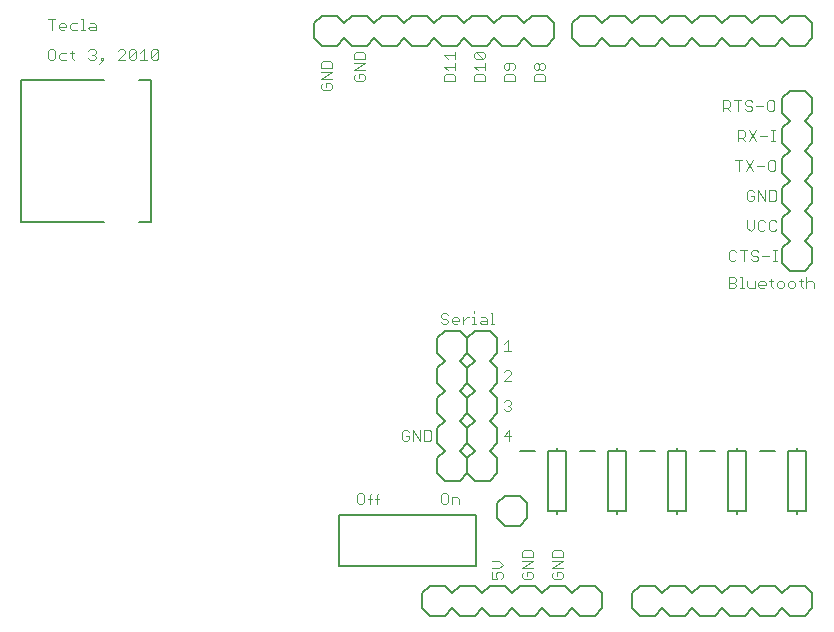
<source format=gto>
G75*
G70*
%OFA0B0*%
%FSLAX24Y24*%
%IPPOS*%
%LPD*%
%AMOC8*
5,1,8,0,0,1.08239X$1,22.5*
%
%ADD10C,0.0030*%
%ADD11C,0.0080*%
%ADD12C,0.0050*%
D10*
X014014Y004835D02*
X014076Y004773D01*
X014199Y004773D01*
X014261Y004835D01*
X014261Y005082D01*
X014199Y005144D01*
X014076Y005144D01*
X014014Y005082D01*
X014014Y004835D01*
X014382Y004958D02*
X014506Y004958D01*
X014628Y004958D02*
X014751Y004958D01*
X014689Y005082D02*
X014689Y004773D01*
X014444Y004773D02*
X014444Y005082D01*
X014506Y005144D01*
X014689Y005082D02*
X014751Y005144D01*
X016814Y005082D02*
X016814Y004835D01*
X016876Y004773D01*
X016999Y004773D01*
X017061Y004835D01*
X017061Y005082D01*
X016999Y005144D01*
X016876Y005144D01*
X016814Y005082D01*
X017182Y005020D02*
X017367Y005020D01*
X017429Y004958D01*
X017429Y004773D01*
X017182Y004773D02*
X017182Y005020D01*
X019514Y003195D02*
X019514Y003010D01*
X019884Y003010D01*
X019884Y003195D01*
X019822Y003257D01*
X019575Y003257D01*
X019514Y003195D01*
X019514Y002888D02*
X019884Y002888D01*
X019514Y002642D01*
X019884Y002642D01*
X019822Y002520D02*
X019699Y002520D01*
X019699Y002397D01*
X019822Y002520D02*
X019884Y002458D01*
X019884Y002335D01*
X019822Y002273D01*
X019575Y002273D01*
X019514Y002335D01*
X019514Y002458D01*
X019575Y002520D01*
X018884Y002458D02*
X018884Y002335D01*
X018822Y002273D01*
X018699Y002273D02*
X018637Y002397D01*
X018637Y002458D01*
X018699Y002520D01*
X018822Y002520D01*
X018884Y002458D01*
X018760Y002642D02*
X018884Y002765D01*
X018760Y002888D01*
X018514Y002888D01*
X018514Y002642D02*
X018760Y002642D01*
X018514Y002520D02*
X018514Y002273D01*
X018699Y002273D01*
X020514Y002335D02*
X020575Y002273D01*
X020822Y002273D01*
X020884Y002335D01*
X020884Y002458D01*
X020822Y002520D01*
X020699Y002520D01*
X020699Y002397D01*
X020575Y002520D02*
X020514Y002458D01*
X020514Y002335D01*
X020514Y002642D02*
X020884Y002888D01*
X020514Y002888D01*
X020514Y003010D02*
X020514Y003195D01*
X020575Y003257D01*
X020822Y003257D01*
X020884Y003195D01*
X020884Y003010D01*
X020514Y003010D01*
X020514Y002642D02*
X020884Y002642D01*
X019099Y006873D02*
X019099Y007244D01*
X018914Y007058D01*
X019161Y007058D01*
X019099Y007873D02*
X018976Y007873D01*
X018914Y007935D01*
X019037Y008058D02*
X019099Y008058D01*
X019161Y007997D01*
X019161Y007935D01*
X019099Y007873D01*
X019099Y008058D02*
X019161Y008120D01*
X019161Y008182D01*
X019099Y008244D01*
X018976Y008244D01*
X018914Y008182D01*
X018914Y008873D02*
X019161Y009120D01*
X019161Y009182D01*
X019099Y009244D01*
X018976Y009244D01*
X018914Y009182D01*
X018914Y008873D02*
X019161Y008873D01*
X019161Y009873D02*
X018914Y009873D01*
X019037Y009873D02*
X019037Y010244D01*
X018914Y010120D01*
X018595Y010773D02*
X018471Y010773D01*
X018533Y010773D02*
X018533Y011144D01*
X018471Y011144D01*
X018288Y011020D02*
X018165Y011020D01*
X018288Y011020D02*
X018350Y010958D01*
X018350Y010773D01*
X018165Y010773D01*
X018103Y010835D01*
X018165Y010897D01*
X018350Y010897D01*
X017981Y010773D02*
X017857Y010773D01*
X017919Y010773D02*
X017919Y011020D01*
X017857Y011020D01*
X017736Y011020D02*
X017674Y011020D01*
X017551Y010897D01*
X017429Y010897D02*
X017182Y010897D01*
X017182Y010958D02*
X017244Y011020D01*
X017367Y011020D01*
X017429Y010958D01*
X017429Y010897D01*
X017367Y010773D02*
X017244Y010773D01*
X017182Y010835D01*
X017182Y010958D01*
X017061Y010897D02*
X017061Y010835D01*
X016999Y010773D01*
X016876Y010773D01*
X016814Y010835D01*
X016876Y010958D02*
X016999Y010958D01*
X017061Y010897D01*
X017061Y011082D02*
X016999Y011144D01*
X016876Y011144D01*
X016814Y011082D01*
X016814Y011020D01*
X016876Y010958D01*
X017551Y011020D02*
X017551Y010773D01*
X017919Y011144D02*
X017919Y011205D01*
X016436Y007244D02*
X016251Y007244D01*
X016251Y006873D01*
X016436Y006873D01*
X016497Y006935D01*
X016497Y007182D01*
X016436Y007244D01*
X016129Y007244D02*
X016129Y006873D01*
X015882Y007244D01*
X015882Y006873D01*
X015761Y006935D02*
X015761Y007058D01*
X015637Y007058D01*
X015514Y006935D02*
X015514Y007182D01*
X015576Y007244D01*
X015699Y007244D01*
X015761Y007182D01*
X015761Y006935D02*
X015699Y006873D01*
X015576Y006873D01*
X015514Y006935D01*
X026414Y011973D02*
X026599Y011973D01*
X026661Y012035D01*
X026661Y012097D01*
X026599Y012158D01*
X026414Y012158D01*
X026414Y011973D02*
X026414Y012344D01*
X026599Y012344D01*
X026661Y012282D01*
X026661Y012220D01*
X026599Y012158D01*
X026782Y011973D02*
X026906Y011973D01*
X026844Y011973D02*
X026844Y012344D01*
X026782Y012344D01*
X027028Y012220D02*
X027028Y012035D01*
X027089Y011973D01*
X027275Y011973D01*
X027275Y012220D01*
X027396Y012158D02*
X027396Y012035D01*
X027458Y011973D01*
X027581Y011973D01*
X027643Y012097D02*
X027396Y012097D01*
X027396Y012158D02*
X027458Y012220D01*
X027581Y012220D01*
X027643Y012158D01*
X027643Y012097D01*
X027764Y012220D02*
X027888Y012220D01*
X027826Y012282D02*
X027826Y012035D01*
X027888Y011973D01*
X028010Y012035D02*
X028010Y012158D01*
X028072Y012220D01*
X028195Y012220D01*
X028257Y012158D01*
X028257Y012035D01*
X028195Y011973D01*
X028072Y011973D01*
X028010Y012035D01*
X028378Y012035D02*
X028378Y012158D01*
X028440Y012220D01*
X028563Y012220D01*
X028625Y012158D01*
X028625Y012035D01*
X028563Y011973D01*
X028440Y011973D01*
X028378Y012035D01*
X028746Y012220D02*
X028870Y012220D01*
X028808Y012282D02*
X028808Y012035D01*
X028870Y011973D01*
X028992Y011973D02*
X028992Y012344D01*
X029054Y012220D02*
X029177Y012220D01*
X029239Y012158D01*
X029239Y011973D01*
X028992Y012158D02*
X029054Y012220D01*
X028011Y012873D02*
X027887Y012873D01*
X027949Y012873D02*
X027949Y013244D01*
X027887Y013244D02*
X028011Y013244D01*
X027766Y013058D02*
X027519Y013058D01*
X027397Y012997D02*
X027397Y012935D01*
X027336Y012873D01*
X027212Y012873D01*
X027151Y012935D01*
X027212Y013058D02*
X027336Y013058D01*
X027397Y012997D01*
X027397Y013182D02*
X027336Y013244D01*
X027212Y013244D01*
X027151Y013182D01*
X027151Y013120D01*
X027212Y013058D01*
X027029Y013244D02*
X026782Y013244D01*
X026906Y013244D02*
X026906Y012873D01*
X026661Y012935D02*
X026599Y012873D01*
X026476Y012873D01*
X026414Y012935D01*
X026414Y013182D01*
X026476Y013244D01*
X026599Y013244D01*
X026661Y013182D01*
X027137Y013873D02*
X027261Y013997D01*
X027261Y014244D01*
X027382Y014182D02*
X027382Y013935D01*
X027444Y013873D01*
X027567Y013873D01*
X027629Y013935D01*
X027751Y013935D02*
X027812Y013873D01*
X027936Y013873D01*
X027997Y013935D01*
X027751Y013935D02*
X027751Y014182D01*
X027812Y014244D01*
X027936Y014244D01*
X027997Y014182D01*
X027629Y014182D02*
X027567Y014244D01*
X027444Y014244D01*
X027382Y014182D01*
X027014Y014244D02*
X027014Y013997D01*
X027137Y013873D01*
X027076Y014873D02*
X027014Y014935D01*
X027014Y015182D01*
X027076Y015244D01*
X027199Y015244D01*
X027261Y015182D01*
X027261Y015058D02*
X027137Y015058D01*
X027261Y015058D02*
X027261Y014935D01*
X027199Y014873D01*
X027076Y014873D01*
X027382Y014873D02*
X027382Y015244D01*
X027629Y014873D01*
X027629Y015244D01*
X027751Y015244D02*
X027936Y015244D01*
X027997Y015182D01*
X027997Y014935D01*
X027936Y014873D01*
X027751Y014873D01*
X027751Y015244D01*
X027781Y015873D02*
X027904Y015873D01*
X027966Y015935D01*
X027966Y016182D01*
X027904Y016244D01*
X027781Y016244D01*
X027719Y016182D01*
X027719Y015935D01*
X027781Y015873D01*
X027597Y016058D02*
X027351Y016058D01*
X027229Y015873D02*
X026982Y016244D01*
X026861Y016244D02*
X026614Y016244D01*
X026737Y016244D02*
X026737Y015873D01*
X026982Y015873D02*
X027229Y016244D01*
X027329Y016873D02*
X027082Y017244D01*
X026961Y017182D02*
X026961Y017058D01*
X026899Y016997D01*
X026714Y016997D01*
X026837Y016997D02*
X026961Y016873D01*
X027082Y016873D02*
X027329Y017244D01*
X027451Y017058D02*
X027697Y017058D01*
X027819Y016873D02*
X027942Y016873D01*
X027881Y016873D02*
X027881Y017244D01*
X027942Y017244D02*
X027819Y017244D01*
X027872Y017873D02*
X027934Y017935D01*
X027934Y018182D01*
X027872Y018244D01*
X027749Y018244D01*
X027687Y018182D01*
X027687Y017935D01*
X027749Y017873D01*
X027872Y017873D01*
X027566Y018058D02*
X027319Y018058D01*
X027197Y017997D02*
X027197Y017935D01*
X027136Y017873D01*
X027012Y017873D01*
X026951Y017935D01*
X027012Y018058D02*
X027136Y018058D01*
X027197Y017997D01*
X027197Y018182D02*
X027136Y018244D01*
X027012Y018244D01*
X026951Y018182D01*
X026951Y018120D01*
X027012Y018058D01*
X026829Y018244D02*
X026582Y018244D01*
X026706Y018244D02*
X026706Y017873D01*
X026461Y017873D02*
X026337Y017997D01*
X026399Y017997D02*
X026214Y017997D01*
X026214Y017873D02*
X026214Y018244D01*
X026399Y018244D01*
X026461Y018182D01*
X026461Y018058D01*
X026399Y017997D01*
X026714Y017244D02*
X026899Y017244D01*
X026961Y017182D01*
X026714Y017244D02*
X026714Y016873D01*
X020284Y018873D02*
X020284Y019058D01*
X020222Y019120D01*
X019975Y019120D01*
X019914Y019058D01*
X019914Y018873D01*
X020284Y018873D01*
X020222Y019242D02*
X020160Y019242D01*
X020099Y019303D01*
X020099Y019427D01*
X020160Y019488D01*
X020222Y019488D01*
X020284Y019427D01*
X020284Y019303D01*
X020222Y019242D01*
X020099Y019303D02*
X020037Y019242D01*
X019975Y019242D01*
X019914Y019303D01*
X019914Y019427D01*
X019975Y019488D01*
X020037Y019488D01*
X020099Y019427D01*
X019284Y019427D02*
X019284Y019303D01*
X019222Y019242D01*
X019222Y019120D02*
X018975Y019120D01*
X018914Y019058D01*
X018914Y018873D01*
X019284Y018873D01*
X019284Y019058D01*
X019222Y019120D01*
X019099Y019303D02*
X019099Y019488D01*
X019222Y019488D02*
X018975Y019488D01*
X018914Y019427D01*
X018914Y019303D01*
X018975Y019242D01*
X019037Y019242D01*
X019099Y019303D01*
X019284Y019427D02*
X019222Y019488D01*
X018284Y019488D02*
X018284Y019242D01*
X018284Y019365D02*
X017914Y019365D01*
X018037Y019242D01*
X017975Y019120D02*
X017914Y019058D01*
X017914Y018873D01*
X018284Y018873D01*
X018284Y019058D01*
X018222Y019120D01*
X017975Y019120D01*
X017975Y019610D02*
X017914Y019672D01*
X017914Y019795D01*
X017975Y019857D01*
X018222Y019610D01*
X018284Y019672D01*
X018284Y019795D01*
X018222Y019857D01*
X017975Y019857D01*
X017975Y019610D02*
X018222Y019610D01*
X017284Y019610D02*
X017284Y019857D01*
X017284Y019733D02*
X016914Y019733D01*
X017037Y019610D01*
X016914Y019365D02*
X017284Y019365D01*
X017284Y019242D02*
X017284Y019488D01*
X017037Y019242D02*
X016914Y019365D01*
X016975Y019120D02*
X016914Y019058D01*
X016914Y018873D01*
X017284Y018873D01*
X017284Y019058D01*
X017222Y019120D01*
X016975Y019120D01*
X014284Y019058D02*
X014284Y018935D01*
X014222Y018873D01*
X013975Y018873D01*
X013914Y018935D01*
X013914Y019058D01*
X013975Y019120D01*
X014099Y019120D02*
X014099Y018997D01*
X014099Y019120D02*
X014222Y019120D01*
X014284Y019058D01*
X014284Y019242D02*
X013914Y019242D01*
X014284Y019488D01*
X013914Y019488D01*
X013914Y019610D02*
X013914Y019795D01*
X013975Y019857D01*
X014222Y019857D01*
X014284Y019795D01*
X014284Y019610D01*
X013914Y019610D01*
X013184Y019495D02*
X013184Y019310D01*
X012814Y019310D01*
X012814Y019495D01*
X012875Y019557D01*
X013122Y019557D01*
X013184Y019495D01*
X013184Y019188D02*
X012814Y019188D01*
X012814Y018942D02*
X013184Y019188D01*
X013184Y018942D02*
X012814Y018942D01*
X012875Y018820D02*
X012814Y018758D01*
X012814Y018635D01*
X012875Y018573D01*
X013122Y018573D01*
X013184Y018635D01*
X013184Y018758D01*
X013122Y018820D01*
X012999Y018820D01*
X012999Y018697D01*
X007398Y019635D02*
X007337Y019573D01*
X007213Y019573D01*
X007151Y019635D01*
X007398Y019882D01*
X007398Y019635D01*
X007151Y019635D02*
X007151Y019882D01*
X007213Y019944D01*
X007337Y019944D01*
X007398Y019882D01*
X007030Y019573D02*
X006783Y019573D01*
X006906Y019573D02*
X006906Y019944D01*
X006783Y019820D01*
X006662Y019882D02*
X006415Y019635D01*
X006476Y019573D01*
X006600Y019573D01*
X006662Y019635D01*
X006662Y019882D01*
X006600Y019944D01*
X006476Y019944D01*
X006415Y019882D01*
X006415Y019635D01*
X006293Y019573D02*
X006046Y019573D01*
X006293Y019820D01*
X006293Y019882D01*
X006232Y019944D01*
X006108Y019944D01*
X006046Y019882D01*
X005556Y019635D02*
X005494Y019635D01*
X005494Y019573D01*
X005556Y019573D01*
X005556Y019635D01*
X005556Y019573D02*
X005433Y019450D01*
X005249Y019573D02*
X005126Y019573D01*
X005064Y019635D01*
X005188Y019758D02*
X005249Y019758D01*
X005311Y019697D01*
X005311Y019635D01*
X005249Y019573D01*
X005249Y019758D02*
X005311Y019820D01*
X005311Y019882D01*
X005249Y019944D01*
X005126Y019944D01*
X005064Y019882D01*
X004574Y019820D02*
X004451Y019820D01*
X004512Y019882D02*
X004512Y019635D01*
X004574Y019573D01*
X004329Y019573D02*
X004144Y019573D01*
X004082Y019635D01*
X004082Y019758D01*
X004144Y019820D01*
X004329Y019820D01*
X003961Y019882D02*
X003899Y019944D01*
X003776Y019944D01*
X003714Y019882D01*
X003714Y019635D01*
X003776Y019573D01*
X003899Y019573D01*
X003961Y019635D01*
X003961Y019882D01*
X003837Y020573D02*
X003837Y020944D01*
X003714Y020944D02*
X003961Y020944D01*
X004144Y020820D02*
X004267Y020820D01*
X004329Y020758D01*
X004329Y020697D01*
X004082Y020697D01*
X004082Y020758D02*
X004082Y020635D01*
X004144Y020573D01*
X004267Y020573D01*
X004451Y020635D02*
X004512Y020573D01*
X004697Y020573D01*
X004819Y020573D02*
X004942Y020573D01*
X004881Y020573D02*
X004881Y020944D01*
X004819Y020944D01*
X004697Y020820D02*
X004512Y020820D01*
X004451Y020758D01*
X004451Y020635D01*
X004144Y020820D02*
X004082Y020758D01*
X005064Y020635D02*
X005126Y020697D01*
X005311Y020697D01*
X005311Y020758D02*
X005311Y020573D01*
X005126Y020573D01*
X005064Y020635D01*
X005126Y020820D02*
X005249Y020820D01*
X005311Y020758D01*
D11*
X005577Y018920D02*
X002821Y018920D01*
X002821Y014196D01*
X005577Y014196D01*
X006758Y014196D02*
X007152Y014196D01*
X007152Y018920D01*
X006758Y018920D01*
X012599Y020308D02*
X012849Y020058D01*
X013349Y020058D01*
X013599Y020308D01*
X013849Y020058D01*
X014349Y020058D01*
X014599Y020308D01*
X014849Y020058D01*
X015349Y020058D01*
X015599Y020308D01*
X015849Y020058D01*
X016349Y020058D01*
X016599Y020308D01*
X016849Y020058D01*
X017349Y020058D01*
X017599Y020308D01*
X017849Y020058D01*
X018349Y020058D01*
X018599Y020308D01*
X018849Y020058D01*
X019349Y020058D01*
X019599Y020308D01*
X019849Y020058D01*
X020349Y020058D01*
X020599Y020308D01*
X020599Y020808D01*
X020349Y021058D01*
X019849Y021058D01*
X019599Y020808D01*
X019349Y021058D01*
X018849Y021058D01*
X018599Y020808D01*
X018349Y021058D01*
X017849Y021058D01*
X017599Y020808D01*
X017349Y021058D01*
X016849Y021058D01*
X016599Y020808D01*
X016349Y021058D01*
X015849Y021058D01*
X015599Y020808D01*
X015349Y021058D01*
X014849Y021058D01*
X014599Y020808D01*
X014349Y021058D01*
X013849Y021058D01*
X013599Y020808D01*
X013349Y021058D01*
X012849Y021058D01*
X012599Y020808D01*
X012599Y020308D01*
X021199Y020308D02*
X021449Y020058D01*
X021949Y020058D01*
X022199Y020308D01*
X022449Y020058D01*
X022949Y020058D01*
X023199Y020308D01*
X023449Y020058D01*
X023949Y020058D01*
X024199Y020308D01*
X024449Y020058D01*
X024949Y020058D01*
X025199Y020308D01*
X025449Y020058D01*
X025949Y020058D01*
X026199Y020308D01*
X026449Y020058D01*
X026949Y020058D01*
X027199Y020308D01*
X027449Y020058D01*
X027949Y020058D01*
X028199Y020308D01*
X028449Y020058D01*
X028949Y020058D01*
X029199Y020308D01*
X029199Y020808D01*
X028949Y021058D01*
X028449Y021058D01*
X028199Y020808D01*
X027949Y021058D01*
X027449Y021058D01*
X027199Y020808D01*
X026949Y021058D01*
X026449Y021058D01*
X026199Y020808D01*
X025949Y021058D01*
X025449Y021058D01*
X025199Y020808D01*
X024949Y021058D01*
X024449Y021058D01*
X024199Y020808D01*
X023949Y021058D01*
X023449Y021058D01*
X023199Y020808D01*
X022949Y021058D01*
X022449Y021058D01*
X022199Y020808D01*
X021949Y021058D01*
X021449Y021058D01*
X021199Y020808D01*
X021199Y020308D01*
X028199Y018308D02*
X028199Y017808D01*
X028449Y017558D01*
X028199Y017308D01*
X028199Y016808D01*
X028449Y016558D01*
X028199Y016308D01*
X028199Y015808D01*
X028449Y015558D01*
X028199Y015308D01*
X028199Y014808D01*
X028449Y014558D01*
X028199Y014308D01*
X028199Y013808D01*
X028449Y013558D01*
X028199Y013308D01*
X028199Y012808D01*
X028449Y012558D01*
X028949Y012558D01*
X029199Y012808D01*
X029199Y013308D01*
X028949Y013558D01*
X029199Y013808D01*
X029199Y014308D01*
X028949Y014558D01*
X029199Y014808D01*
X029199Y015308D01*
X028949Y015558D01*
X029199Y015808D01*
X029199Y016308D01*
X028949Y016558D01*
X029199Y016808D01*
X029199Y017308D01*
X028949Y017558D01*
X029199Y017808D01*
X029199Y018308D01*
X028949Y018558D01*
X028449Y018558D01*
X028199Y018308D01*
X018699Y010308D02*
X018449Y010558D01*
X017949Y010558D01*
X017699Y010308D01*
X017449Y010558D01*
X016949Y010558D01*
X016699Y010308D01*
X016699Y009808D01*
X016949Y009558D01*
X016699Y009308D01*
X016699Y008808D01*
X016949Y008558D01*
X016699Y008308D01*
X016699Y007808D01*
X016949Y007558D01*
X016699Y007308D01*
X016699Y006808D01*
X016949Y006558D01*
X016699Y006308D01*
X016699Y005808D01*
X016949Y005558D01*
X017449Y005558D01*
X017699Y005808D01*
X017699Y006308D01*
X017449Y006558D01*
X017699Y006808D01*
X017699Y007308D01*
X017449Y007558D01*
X017699Y007808D01*
X017699Y008308D01*
X017449Y008558D01*
X017699Y008808D01*
X017699Y009308D01*
X017449Y009558D01*
X017699Y009808D01*
X017699Y010308D01*
X017699Y009808D01*
X017949Y009558D01*
X017699Y009308D01*
X017699Y008808D01*
X017949Y008558D01*
X017699Y008308D01*
X017699Y007808D01*
X017949Y007558D01*
X017699Y007308D01*
X017699Y006808D01*
X017949Y006558D01*
X017699Y006308D01*
X017699Y005808D01*
X017949Y005558D01*
X018449Y005558D01*
X018699Y005808D01*
X018699Y006308D01*
X018449Y006558D01*
X018699Y006808D01*
X018699Y007308D01*
X018449Y007558D01*
X018699Y007808D01*
X018699Y008308D01*
X018449Y008558D01*
X018699Y008808D01*
X018699Y009308D01*
X018449Y009558D01*
X018699Y009808D01*
X018699Y010308D01*
X020699Y006658D02*
X020699Y006558D01*
X020999Y006558D01*
X020999Y004558D01*
X020699Y004558D01*
X020699Y004458D01*
X020699Y004558D02*
X020399Y004558D01*
X020399Y006558D01*
X020699Y006558D01*
X021449Y006558D02*
X021949Y006558D01*
X022399Y006558D02*
X022699Y006558D01*
X022699Y006658D01*
X022699Y006558D02*
X022999Y006558D01*
X022999Y004558D01*
X022699Y004558D01*
X022699Y004458D01*
X022699Y004558D02*
X022399Y004558D01*
X022399Y006558D01*
X023449Y006558D02*
X023949Y006558D01*
X024399Y006558D02*
X024699Y006558D01*
X024699Y006658D01*
X024699Y006558D02*
X024999Y006558D01*
X024999Y004558D01*
X024699Y004558D01*
X024699Y004458D01*
X024699Y004558D02*
X024399Y004558D01*
X024399Y006558D01*
X025449Y006558D02*
X025949Y006558D01*
X026399Y006558D02*
X026699Y006558D01*
X026699Y006658D01*
X026699Y006558D02*
X026999Y006558D01*
X026999Y004558D01*
X026699Y004558D01*
X026699Y004458D01*
X026699Y004558D02*
X026399Y004558D01*
X026399Y006558D01*
X027449Y006558D02*
X027949Y006558D01*
X028399Y006558D02*
X028699Y006558D01*
X028699Y006658D01*
X028699Y006558D02*
X028999Y006558D01*
X028999Y004558D01*
X028699Y004558D01*
X028699Y004458D01*
X028699Y004558D02*
X028399Y004558D01*
X028399Y006558D01*
X028449Y002058D02*
X028949Y002058D01*
X029199Y001808D01*
X029199Y001308D01*
X028949Y001058D01*
X028449Y001058D01*
X028199Y001308D01*
X027949Y001058D01*
X027449Y001058D01*
X027199Y001308D01*
X026949Y001058D01*
X026449Y001058D01*
X026199Y001308D01*
X025949Y001058D01*
X025449Y001058D01*
X025199Y001308D01*
X024949Y001058D01*
X024449Y001058D01*
X024199Y001308D01*
X023949Y001058D01*
X023449Y001058D01*
X023199Y001308D01*
X023199Y001808D01*
X023449Y002058D01*
X023949Y002058D01*
X024199Y001808D01*
X024449Y002058D01*
X024949Y002058D01*
X025199Y001808D01*
X025449Y002058D01*
X025949Y002058D01*
X026199Y001808D01*
X026449Y002058D01*
X026949Y002058D01*
X027199Y001808D01*
X027449Y002058D01*
X027949Y002058D01*
X028199Y001808D01*
X028449Y002058D01*
X022199Y001808D02*
X022199Y001308D01*
X021949Y001058D01*
X021449Y001058D01*
X021199Y001308D01*
X020949Y001058D01*
X020449Y001058D01*
X020199Y001308D01*
X019949Y001058D01*
X019449Y001058D01*
X019199Y001308D01*
X018949Y001058D01*
X018449Y001058D01*
X018199Y001308D01*
X017949Y001058D01*
X017449Y001058D01*
X017199Y001308D01*
X016949Y001058D01*
X016449Y001058D01*
X016199Y001308D01*
X016199Y001808D01*
X016449Y002058D01*
X016949Y002058D01*
X017199Y001808D01*
X017449Y002058D01*
X017949Y002058D01*
X018199Y001808D01*
X018449Y002058D01*
X018949Y002058D01*
X019199Y001808D01*
X019449Y002058D01*
X019949Y002058D01*
X020199Y001808D01*
X020449Y002058D01*
X020949Y002058D01*
X021199Y001808D01*
X021449Y002058D01*
X021949Y002058D01*
X022199Y001808D01*
X019699Y004308D02*
X019449Y004058D01*
X018949Y004058D01*
X018699Y004308D01*
X018699Y004808D01*
X018949Y005058D01*
X019449Y005058D01*
X019699Y004808D01*
X019699Y004308D01*
X019949Y006558D02*
X019449Y006558D01*
D12*
X017988Y002702D02*
X013410Y002702D01*
X013410Y004415D01*
X017988Y004415D01*
X017988Y002702D01*
M02*

</source>
